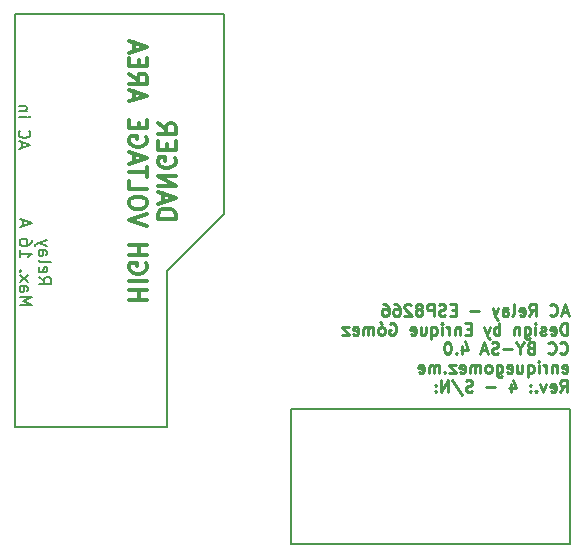
<source format=gbo>
G04 #@! TF.GenerationSoftware,KiCad,Pcbnew,6.0.7-f9a2dced07~116~ubuntu20.04.1*
G04 #@! TF.CreationDate,2022-09-27T22:41:57+02:00*
G04 #@! TF.ProjectId,AC Relay,41432052-656c-4617-992e-6b696361645f,rev?*
G04 #@! TF.SameCoordinates,Original*
G04 #@! TF.FileFunction,Legend,Bot*
G04 #@! TF.FilePolarity,Positive*
%FSLAX46Y46*%
G04 Gerber Fmt 4.6, Leading zero omitted, Abs format (unit mm)*
G04 Created by KiCad (PCBNEW 6.0.7-f9a2dced07~116~ubuntu20.04.1) date 2022-09-27 22:41:57*
%MOMM*%
%LPD*%
G01*
G04 APERTURE LIST*
%ADD10C,0.200000*%
%ADD11C,0.150000*%
%ADD12C,0.300000*%
%ADD13C,0.250000*%
G04 APERTURE END LIST*
D10*
X87503000Y-65151000D02*
X82677000Y-69977000D01*
X82677000Y-83185000D02*
X69850000Y-83185000D01*
X93218000Y-93091000D02*
X116840000Y-93091000D01*
X116840000Y-81661000D02*
X93218000Y-81661000D01*
X82677000Y-83185000D02*
X82677000Y-69977000D01*
X93218000Y-81661000D02*
X93218000Y-93091000D01*
X87503000Y-48260000D02*
X87503000Y-65151000D01*
X116840000Y-93091000D02*
X116840000Y-81661000D01*
X69850000Y-83185000D02*
X69850000Y-48260000D01*
X69850000Y-48260000D02*
X87503000Y-48260000D01*
D11*
X71852619Y-70514285D02*
X72328809Y-70847619D01*
X71852619Y-71085714D02*
X72852619Y-71085714D01*
X72852619Y-70704761D01*
X72805000Y-70609523D01*
X72757380Y-70561904D01*
X72662142Y-70514285D01*
X72519285Y-70514285D01*
X72424047Y-70561904D01*
X72376428Y-70609523D01*
X72328809Y-70704761D01*
X72328809Y-71085714D01*
X71900238Y-69704761D02*
X71852619Y-69800000D01*
X71852619Y-69990476D01*
X71900238Y-70085714D01*
X71995476Y-70133333D01*
X72376428Y-70133333D01*
X72471666Y-70085714D01*
X72519285Y-69990476D01*
X72519285Y-69800000D01*
X72471666Y-69704761D01*
X72376428Y-69657142D01*
X72281190Y-69657142D01*
X72185952Y-70133333D01*
X71852619Y-69085714D02*
X71900238Y-69180952D01*
X71995476Y-69228571D01*
X72852619Y-69228571D01*
X71852619Y-68276190D02*
X72376428Y-68276190D01*
X72471666Y-68323809D01*
X72519285Y-68419047D01*
X72519285Y-68609523D01*
X72471666Y-68704761D01*
X71900238Y-68276190D02*
X71852619Y-68371428D01*
X71852619Y-68609523D01*
X71900238Y-68704761D01*
X71995476Y-68752380D01*
X72090714Y-68752380D01*
X72185952Y-68704761D01*
X72233571Y-68609523D01*
X72233571Y-68371428D01*
X72281190Y-68276190D01*
X72519285Y-67895238D02*
X71852619Y-67657142D01*
X72519285Y-67419047D02*
X71852619Y-67657142D01*
X71614523Y-67752380D01*
X71566904Y-67800000D01*
X71519285Y-67895238D01*
X70242619Y-72871428D02*
X71242619Y-72871428D01*
X70528333Y-72538095D01*
X71242619Y-72204761D01*
X70242619Y-72204761D01*
X70242619Y-71300000D02*
X70766428Y-71300000D01*
X70861666Y-71347619D01*
X70909285Y-71442857D01*
X70909285Y-71633333D01*
X70861666Y-71728571D01*
X70290238Y-71300000D02*
X70242619Y-71395238D01*
X70242619Y-71633333D01*
X70290238Y-71728571D01*
X70385476Y-71776190D01*
X70480714Y-71776190D01*
X70575952Y-71728571D01*
X70623571Y-71633333D01*
X70623571Y-71395238D01*
X70671190Y-71300000D01*
X70242619Y-70919047D02*
X70909285Y-70395238D01*
X70909285Y-70919047D02*
X70242619Y-70395238D01*
X70337857Y-70014285D02*
X70290238Y-69966666D01*
X70242619Y-70014285D01*
X70290238Y-70061904D01*
X70337857Y-70014285D01*
X70242619Y-70014285D01*
X70242619Y-68252380D02*
X70242619Y-68823809D01*
X70242619Y-68538095D02*
X71242619Y-68538095D01*
X71099761Y-68633333D01*
X71004523Y-68728571D01*
X70956904Y-68823809D01*
X71242619Y-67395238D02*
X71242619Y-67585714D01*
X71195000Y-67680952D01*
X71147380Y-67728571D01*
X71004523Y-67823809D01*
X70814047Y-67871428D01*
X70433095Y-67871428D01*
X70337857Y-67823809D01*
X70290238Y-67776190D01*
X70242619Y-67680952D01*
X70242619Y-67490476D01*
X70290238Y-67395238D01*
X70337857Y-67347619D01*
X70433095Y-67300000D01*
X70671190Y-67300000D01*
X70766428Y-67347619D01*
X70814047Y-67395238D01*
X70861666Y-67490476D01*
X70861666Y-67680952D01*
X70814047Y-67776190D01*
X70766428Y-67823809D01*
X70671190Y-67871428D01*
X70528333Y-66157142D02*
X70528333Y-65680952D01*
X70242619Y-66252380D02*
X71242619Y-65919047D01*
X70242619Y-65585714D01*
D12*
X81928928Y-65595000D02*
X83428928Y-65595000D01*
X83428928Y-65237857D01*
X83357500Y-65023571D01*
X83214642Y-64880714D01*
X83071785Y-64809285D01*
X82786071Y-64737857D01*
X82571785Y-64737857D01*
X82286071Y-64809285D01*
X82143214Y-64880714D01*
X82000357Y-65023571D01*
X81928928Y-65237857D01*
X81928928Y-65595000D01*
X82357500Y-64166428D02*
X82357500Y-63452142D01*
X81928928Y-64309285D02*
X83428928Y-63809285D01*
X81928928Y-63309285D01*
X81928928Y-62809285D02*
X83428928Y-62809285D01*
X81928928Y-61952142D01*
X83428928Y-61952142D01*
X83357500Y-60452142D02*
X83428928Y-60595000D01*
X83428928Y-60809285D01*
X83357500Y-61023571D01*
X83214642Y-61166428D01*
X83071785Y-61237857D01*
X82786071Y-61309285D01*
X82571785Y-61309285D01*
X82286071Y-61237857D01*
X82143214Y-61166428D01*
X82000357Y-61023571D01*
X81928928Y-60809285D01*
X81928928Y-60666428D01*
X82000357Y-60452142D01*
X82071785Y-60380714D01*
X82571785Y-60380714D01*
X82571785Y-60666428D01*
X82714642Y-59737857D02*
X82714642Y-59237857D01*
X81928928Y-59023571D02*
X81928928Y-59737857D01*
X83428928Y-59737857D01*
X83428928Y-59023571D01*
X81928928Y-57523571D02*
X82643214Y-58023571D01*
X81928928Y-58380714D02*
X83428928Y-58380714D01*
X83428928Y-57809285D01*
X83357500Y-57666428D01*
X83286071Y-57595000D01*
X83143214Y-57523571D01*
X82928928Y-57523571D01*
X82786071Y-57595000D01*
X82714642Y-57666428D01*
X82643214Y-57809285D01*
X82643214Y-58380714D01*
X79513928Y-72452142D02*
X81013928Y-72452142D01*
X80299642Y-72452142D02*
X80299642Y-71595000D01*
X79513928Y-71595000D02*
X81013928Y-71595000D01*
X79513928Y-70880714D02*
X81013928Y-70880714D01*
X80942500Y-69380714D02*
X81013928Y-69523571D01*
X81013928Y-69737857D01*
X80942500Y-69952142D01*
X80799642Y-70095000D01*
X80656785Y-70166428D01*
X80371071Y-70237857D01*
X80156785Y-70237857D01*
X79871071Y-70166428D01*
X79728214Y-70095000D01*
X79585357Y-69952142D01*
X79513928Y-69737857D01*
X79513928Y-69595000D01*
X79585357Y-69380714D01*
X79656785Y-69309285D01*
X80156785Y-69309285D01*
X80156785Y-69595000D01*
X79513928Y-68666428D02*
X81013928Y-68666428D01*
X80299642Y-68666428D02*
X80299642Y-67809285D01*
X79513928Y-67809285D02*
X81013928Y-67809285D01*
X81013928Y-66166428D02*
X79513928Y-65666428D01*
X81013928Y-65166428D01*
X81013928Y-64380714D02*
X81013928Y-64095000D01*
X80942500Y-63952142D01*
X80799642Y-63809285D01*
X80513928Y-63737857D01*
X80013928Y-63737857D01*
X79728214Y-63809285D01*
X79585357Y-63952142D01*
X79513928Y-64095000D01*
X79513928Y-64380714D01*
X79585357Y-64523571D01*
X79728214Y-64666428D01*
X80013928Y-64737857D01*
X80513928Y-64737857D01*
X80799642Y-64666428D01*
X80942500Y-64523571D01*
X81013928Y-64380714D01*
X79513928Y-62380714D02*
X79513928Y-63095000D01*
X81013928Y-63095000D01*
X81013928Y-62095000D02*
X81013928Y-61237857D01*
X79513928Y-61666428D02*
X81013928Y-61666428D01*
X79942500Y-60809285D02*
X79942500Y-60095000D01*
X79513928Y-60952142D02*
X81013928Y-60452142D01*
X79513928Y-59952142D01*
X80942500Y-58666428D02*
X81013928Y-58809285D01*
X81013928Y-59023571D01*
X80942500Y-59237857D01*
X80799642Y-59380714D01*
X80656785Y-59452142D01*
X80371071Y-59523571D01*
X80156785Y-59523571D01*
X79871071Y-59452142D01*
X79728214Y-59380714D01*
X79585357Y-59237857D01*
X79513928Y-59023571D01*
X79513928Y-58880714D01*
X79585357Y-58666428D01*
X79656785Y-58595000D01*
X80156785Y-58595000D01*
X80156785Y-58880714D01*
X80299642Y-57952142D02*
X80299642Y-57452142D01*
X79513928Y-57237857D02*
X79513928Y-57952142D01*
X81013928Y-57952142D01*
X81013928Y-57237857D01*
X79942500Y-55523571D02*
X79942500Y-54809285D01*
X79513928Y-55666428D02*
X81013928Y-55166428D01*
X79513928Y-54666428D01*
X79513928Y-53309285D02*
X80228214Y-53809285D01*
X79513928Y-54166428D02*
X81013928Y-54166428D01*
X81013928Y-53595000D01*
X80942500Y-53452142D01*
X80871071Y-53380714D01*
X80728214Y-53309285D01*
X80513928Y-53309285D01*
X80371071Y-53380714D01*
X80299642Y-53452142D01*
X80228214Y-53595000D01*
X80228214Y-54166428D01*
X80299642Y-52666428D02*
X80299642Y-52166428D01*
X79513928Y-51952142D02*
X79513928Y-52666428D01*
X81013928Y-52666428D01*
X81013928Y-51952142D01*
X79942500Y-51380714D02*
X79942500Y-50666428D01*
X79513928Y-51523571D02*
X81013928Y-51023571D01*
X79513928Y-50523571D01*
D13*
X116614023Y-73527666D02*
X116137833Y-73527666D01*
X116709261Y-73813380D02*
X116375928Y-72813380D01*
X116042595Y-73813380D01*
X115137833Y-73718142D02*
X115185452Y-73765761D01*
X115328309Y-73813380D01*
X115423547Y-73813380D01*
X115566404Y-73765761D01*
X115661642Y-73670523D01*
X115709261Y-73575285D01*
X115756880Y-73384809D01*
X115756880Y-73241952D01*
X115709261Y-73051476D01*
X115661642Y-72956238D01*
X115566404Y-72861000D01*
X115423547Y-72813380D01*
X115328309Y-72813380D01*
X115185452Y-72861000D01*
X115137833Y-72908619D01*
X113375928Y-73813380D02*
X113709261Y-73337190D01*
X113947357Y-73813380D02*
X113947357Y-72813380D01*
X113566404Y-72813380D01*
X113471166Y-72861000D01*
X113423547Y-72908619D01*
X113375928Y-73003857D01*
X113375928Y-73146714D01*
X113423547Y-73241952D01*
X113471166Y-73289571D01*
X113566404Y-73337190D01*
X113947357Y-73337190D01*
X112566404Y-73765761D02*
X112661642Y-73813380D01*
X112852119Y-73813380D01*
X112947357Y-73765761D01*
X112994976Y-73670523D01*
X112994976Y-73289571D01*
X112947357Y-73194333D01*
X112852119Y-73146714D01*
X112661642Y-73146714D01*
X112566404Y-73194333D01*
X112518785Y-73289571D01*
X112518785Y-73384809D01*
X112994976Y-73480047D01*
X111947357Y-73813380D02*
X112042595Y-73765761D01*
X112090214Y-73670523D01*
X112090214Y-72813380D01*
X111137833Y-73813380D02*
X111137833Y-73289571D01*
X111185452Y-73194333D01*
X111280690Y-73146714D01*
X111471166Y-73146714D01*
X111566404Y-73194333D01*
X111137833Y-73765761D02*
X111233071Y-73813380D01*
X111471166Y-73813380D01*
X111566404Y-73765761D01*
X111614023Y-73670523D01*
X111614023Y-73575285D01*
X111566404Y-73480047D01*
X111471166Y-73432428D01*
X111233071Y-73432428D01*
X111137833Y-73384809D01*
X110756880Y-73146714D02*
X110518785Y-73813380D01*
X110280690Y-73146714D02*
X110518785Y-73813380D01*
X110614023Y-74051476D01*
X110661642Y-74099095D01*
X110756880Y-74146714D01*
X109137833Y-73432428D02*
X108375928Y-73432428D01*
X107137833Y-73289571D02*
X106804500Y-73289571D01*
X106661642Y-73813380D02*
X107137833Y-73813380D01*
X107137833Y-72813380D01*
X106661642Y-72813380D01*
X106280690Y-73765761D02*
X106137833Y-73813380D01*
X105899738Y-73813380D01*
X105804500Y-73765761D01*
X105756880Y-73718142D01*
X105709261Y-73622904D01*
X105709261Y-73527666D01*
X105756880Y-73432428D01*
X105804500Y-73384809D01*
X105899738Y-73337190D01*
X106090214Y-73289571D01*
X106185452Y-73241952D01*
X106233071Y-73194333D01*
X106280690Y-73099095D01*
X106280690Y-73003857D01*
X106233071Y-72908619D01*
X106185452Y-72861000D01*
X106090214Y-72813380D01*
X105852119Y-72813380D01*
X105709261Y-72861000D01*
X105280690Y-73813380D02*
X105280690Y-72813380D01*
X104899738Y-72813380D01*
X104804500Y-72861000D01*
X104756880Y-72908619D01*
X104709261Y-73003857D01*
X104709261Y-73146714D01*
X104756880Y-73241952D01*
X104804500Y-73289571D01*
X104899738Y-73337190D01*
X105280690Y-73337190D01*
X104137833Y-73241952D02*
X104233071Y-73194333D01*
X104280690Y-73146714D01*
X104328309Y-73051476D01*
X104328309Y-73003857D01*
X104280690Y-72908619D01*
X104233071Y-72861000D01*
X104137833Y-72813380D01*
X103947357Y-72813380D01*
X103852119Y-72861000D01*
X103804500Y-72908619D01*
X103756880Y-73003857D01*
X103756880Y-73051476D01*
X103804500Y-73146714D01*
X103852119Y-73194333D01*
X103947357Y-73241952D01*
X104137833Y-73241952D01*
X104233071Y-73289571D01*
X104280690Y-73337190D01*
X104328309Y-73432428D01*
X104328309Y-73622904D01*
X104280690Y-73718142D01*
X104233071Y-73765761D01*
X104137833Y-73813380D01*
X103947357Y-73813380D01*
X103852119Y-73765761D01*
X103804500Y-73718142D01*
X103756880Y-73622904D01*
X103756880Y-73432428D01*
X103804500Y-73337190D01*
X103852119Y-73289571D01*
X103947357Y-73241952D01*
X103375928Y-72908619D02*
X103328309Y-72861000D01*
X103233071Y-72813380D01*
X102994976Y-72813380D01*
X102899738Y-72861000D01*
X102852119Y-72908619D01*
X102804500Y-73003857D01*
X102804500Y-73099095D01*
X102852119Y-73241952D01*
X103423547Y-73813380D01*
X102804500Y-73813380D01*
X101947357Y-72813380D02*
X102137833Y-72813380D01*
X102233071Y-72861000D01*
X102280690Y-72908619D01*
X102375928Y-73051476D01*
X102423547Y-73241952D01*
X102423547Y-73622904D01*
X102375928Y-73718142D01*
X102328309Y-73765761D01*
X102233071Y-73813380D01*
X102042595Y-73813380D01*
X101947357Y-73765761D01*
X101899738Y-73718142D01*
X101852119Y-73622904D01*
X101852119Y-73384809D01*
X101899738Y-73289571D01*
X101947357Y-73241952D01*
X102042595Y-73194333D01*
X102233071Y-73194333D01*
X102328309Y-73241952D01*
X102375928Y-73289571D01*
X102423547Y-73384809D01*
X100994976Y-72813380D02*
X101185452Y-72813380D01*
X101280690Y-72861000D01*
X101328309Y-72908619D01*
X101423547Y-73051476D01*
X101471166Y-73241952D01*
X101471166Y-73622904D01*
X101423547Y-73718142D01*
X101375928Y-73765761D01*
X101280690Y-73813380D01*
X101090214Y-73813380D01*
X100994976Y-73765761D01*
X100947357Y-73718142D01*
X100899738Y-73622904D01*
X100899738Y-73384809D01*
X100947357Y-73289571D01*
X100994976Y-73241952D01*
X101090214Y-73194333D01*
X101280690Y-73194333D01*
X101375928Y-73241952D01*
X101423547Y-73289571D01*
X101471166Y-73384809D01*
X116566404Y-75423380D02*
X116566404Y-74423380D01*
X116328309Y-74423380D01*
X116185452Y-74471000D01*
X116090214Y-74566238D01*
X116042595Y-74661476D01*
X115994976Y-74851952D01*
X115994976Y-74994809D01*
X116042595Y-75185285D01*
X116090214Y-75280523D01*
X116185452Y-75375761D01*
X116328309Y-75423380D01*
X116566404Y-75423380D01*
X115185452Y-75375761D02*
X115280690Y-75423380D01*
X115471166Y-75423380D01*
X115566404Y-75375761D01*
X115614023Y-75280523D01*
X115614023Y-74899571D01*
X115566404Y-74804333D01*
X115471166Y-74756714D01*
X115280690Y-74756714D01*
X115185452Y-74804333D01*
X115137833Y-74899571D01*
X115137833Y-74994809D01*
X115614023Y-75090047D01*
X114756880Y-75375761D02*
X114661642Y-75423380D01*
X114471166Y-75423380D01*
X114375928Y-75375761D01*
X114328309Y-75280523D01*
X114328309Y-75232904D01*
X114375928Y-75137666D01*
X114471166Y-75090047D01*
X114614023Y-75090047D01*
X114709261Y-75042428D01*
X114756880Y-74947190D01*
X114756880Y-74899571D01*
X114709261Y-74804333D01*
X114614023Y-74756714D01*
X114471166Y-74756714D01*
X114375928Y-74804333D01*
X113899738Y-75423380D02*
X113899738Y-74756714D01*
X113899738Y-74423380D02*
X113947357Y-74471000D01*
X113899738Y-74518619D01*
X113852119Y-74471000D01*
X113899738Y-74423380D01*
X113899738Y-74518619D01*
X112994976Y-74756714D02*
X112994976Y-75566238D01*
X113042595Y-75661476D01*
X113090214Y-75709095D01*
X113185452Y-75756714D01*
X113328309Y-75756714D01*
X113423547Y-75709095D01*
X112994976Y-75375761D02*
X113090214Y-75423380D01*
X113280690Y-75423380D01*
X113375928Y-75375761D01*
X113423547Y-75328142D01*
X113471166Y-75232904D01*
X113471166Y-74947190D01*
X113423547Y-74851952D01*
X113375928Y-74804333D01*
X113280690Y-74756714D01*
X113090214Y-74756714D01*
X112994976Y-74804333D01*
X112518785Y-74756714D02*
X112518785Y-75423380D01*
X112518785Y-74851952D02*
X112471166Y-74804333D01*
X112375928Y-74756714D01*
X112233071Y-74756714D01*
X112137833Y-74804333D01*
X112090214Y-74899571D01*
X112090214Y-75423380D01*
X110852119Y-75423380D02*
X110852119Y-74423380D01*
X110852119Y-74804333D02*
X110756880Y-74756714D01*
X110566404Y-74756714D01*
X110471166Y-74804333D01*
X110423547Y-74851952D01*
X110375928Y-74947190D01*
X110375928Y-75232904D01*
X110423547Y-75328142D01*
X110471166Y-75375761D01*
X110566404Y-75423380D01*
X110756880Y-75423380D01*
X110852119Y-75375761D01*
X110042595Y-74756714D02*
X109804500Y-75423380D01*
X109566404Y-74756714D02*
X109804500Y-75423380D01*
X109899738Y-75661476D01*
X109947357Y-75709095D01*
X110042595Y-75756714D01*
X108423547Y-74899571D02*
X108090214Y-74899571D01*
X107947357Y-75423380D02*
X108423547Y-75423380D01*
X108423547Y-74423380D01*
X107947357Y-74423380D01*
X107518785Y-74756714D02*
X107518785Y-75423380D01*
X107518785Y-74851952D02*
X107471166Y-74804333D01*
X107375928Y-74756714D01*
X107233071Y-74756714D01*
X107137833Y-74804333D01*
X107090214Y-74899571D01*
X107090214Y-75423380D01*
X106614023Y-75423380D02*
X106614023Y-74756714D01*
X106614023Y-74947190D02*
X106566404Y-74851952D01*
X106518785Y-74804333D01*
X106423547Y-74756714D01*
X106328309Y-74756714D01*
X105994976Y-75423380D02*
X105994976Y-74756714D01*
X105994976Y-74423380D02*
X106042595Y-74471000D01*
X105994976Y-74518619D01*
X105947357Y-74471000D01*
X105994976Y-74423380D01*
X105994976Y-74518619D01*
X105090214Y-74756714D02*
X105090214Y-75756714D01*
X105090214Y-75375761D02*
X105185452Y-75423380D01*
X105375928Y-75423380D01*
X105471166Y-75375761D01*
X105518785Y-75328142D01*
X105566404Y-75232904D01*
X105566404Y-74947190D01*
X105518785Y-74851952D01*
X105471166Y-74804333D01*
X105375928Y-74756714D01*
X105185452Y-74756714D01*
X105090214Y-74804333D01*
X104185452Y-74756714D02*
X104185452Y-75423380D01*
X104614023Y-74756714D02*
X104614023Y-75280523D01*
X104566404Y-75375761D01*
X104471166Y-75423380D01*
X104328309Y-75423380D01*
X104233071Y-75375761D01*
X104185452Y-75328142D01*
X103328309Y-75375761D02*
X103423547Y-75423380D01*
X103614023Y-75423380D01*
X103709261Y-75375761D01*
X103756880Y-75280523D01*
X103756880Y-74899571D01*
X103709261Y-74804333D01*
X103614023Y-74756714D01*
X103423547Y-74756714D01*
X103328309Y-74804333D01*
X103280690Y-74899571D01*
X103280690Y-74994809D01*
X103756880Y-75090047D01*
X101566404Y-74471000D02*
X101661642Y-74423380D01*
X101804500Y-74423380D01*
X101947357Y-74471000D01*
X102042595Y-74566238D01*
X102090214Y-74661476D01*
X102137833Y-74851952D01*
X102137833Y-74994809D01*
X102090214Y-75185285D01*
X102042595Y-75280523D01*
X101947357Y-75375761D01*
X101804500Y-75423380D01*
X101709261Y-75423380D01*
X101566404Y-75375761D01*
X101518785Y-75328142D01*
X101518785Y-74994809D01*
X101709261Y-74994809D01*
X100947357Y-75423380D02*
X101042595Y-75375761D01*
X101090214Y-75328142D01*
X101137833Y-75232904D01*
X101137833Y-74947190D01*
X101090214Y-74851952D01*
X101042595Y-74804333D01*
X100947357Y-74756714D01*
X100804500Y-74756714D01*
X100709261Y-74804333D01*
X100661642Y-74851952D01*
X100614023Y-74947190D01*
X100614023Y-75232904D01*
X100661642Y-75328142D01*
X100709261Y-75375761D01*
X100804500Y-75423380D01*
X100947357Y-75423380D01*
X100756880Y-74375761D02*
X100899738Y-74518619D01*
X100185452Y-75423380D02*
X100185452Y-74756714D01*
X100185452Y-74851952D02*
X100137833Y-74804333D01*
X100042595Y-74756714D01*
X99899738Y-74756714D01*
X99804500Y-74804333D01*
X99756880Y-74899571D01*
X99756880Y-75423380D01*
X99756880Y-74899571D02*
X99709261Y-74804333D01*
X99614023Y-74756714D01*
X99471166Y-74756714D01*
X99375928Y-74804333D01*
X99328309Y-74899571D01*
X99328309Y-75423380D01*
X98471166Y-75375761D02*
X98566404Y-75423380D01*
X98756880Y-75423380D01*
X98852119Y-75375761D01*
X98899738Y-75280523D01*
X98899738Y-74899571D01*
X98852119Y-74804333D01*
X98756880Y-74756714D01*
X98566404Y-74756714D01*
X98471166Y-74804333D01*
X98423547Y-74899571D01*
X98423547Y-74994809D01*
X98899738Y-75090047D01*
X98090214Y-74756714D02*
X97566404Y-74756714D01*
X98090214Y-75423380D01*
X97566404Y-75423380D01*
X115994976Y-76938142D02*
X116042595Y-76985761D01*
X116185452Y-77033380D01*
X116280690Y-77033380D01*
X116423547Y-76985761D01*
X116518785Y-76890523D01*
X116566404Y-76795285D01*
X116614023Y-76604809D01*
X116614023Y-76461952D01*
X116566404Y-76271476D01*
X116518785Y-76176238D01*
X116423547Y-76081000D01*
X116280690Y-76033380D01*
X116185452Y-76033380D01*
X116042595Y-76081000D01*
X115994976Y-76128619D01*
X114994976Y-76938142D02*
X115042595Y-76985761D01*
X115185452Y-77033380D01*
X115280690Y-77033380D01*
X115423547Y-76985761D01*
X115518785Y-76890523D01*
X115566404Y-76795285D01*
X115614023Y-76604809D01*
X115614023Y-76461952D01*
X115566404Y-76271476D01*
X115518785Y-76176238D01*
X115423547Y-76081000D01*
X115280690Y-76033380D01*
X115185452Y-76033380D01*
X115042595Y-76081000D01*
X114994976Y-76128619D01*
X113471166Y-76509571D02*
X113328309Y-76557190D01*
X113280690Y-76604809D01*
X113233071Y-76700047D01*
X113233071Y-76842904D01*
X113280690Y-76938142D01*
X113328309Y-76985761D01*
X113423547Y-77033380D01*
X113804500Y-77033380D01*
X113804500Y-76033380D01*
X113471166Y-76033380D01*
X113375928Y-76081000D01*
X113328309Y-76128619D01*
X113280690Y-76223857D01*
X113280690Y-76319095D01*
X113328309Y-76414333D01*
X113375928Y-76461952D01*
X113471166Y-76509571D01*
X113804500Y-76509571D01*
X112614023Y-76557190D02*
X112614023Y-77033380D01*
X112947357Y-76033380D02*
X112614023Y-76557190D01*
X112280690Y-76033380D01*
X111947357Y-76652428D02*
X111185452Y-76652428D01*
X110756880Y-76985761D02*
X110614023Y-77033380D01*
X110375928Y-77033380D01*
X110280690Y-76985761D01*
X110233071Y-76938142D01*
X110185452Y-76842904D01*
X110185452Y-76747666D01*
X110233071Y-76652428D01*
X110280690Y-76604809D01*
X110375928Y-76557190D01*
X110566404Y-76509571D01*
X110661642Y-76461952D01*
X110709261Y-76414333D01*
X110756880Y-76319095D01*
X110756880Y-76223857D01*
X110709261Y-76128619D01*
X110661642Y-76081000D01*
X110566404Y-76033380D01*
X110328309Y-76033380D01*
X110185452Y-76081000D01*
X109804500Y-76747666D02*
X109328309Y-76747666D01*
X109899738Y-77033380D02*
X109566404Y-76033380D01*
X109233071Y-77033380D01*
X107709261Y-76366714D02*
X107709261Y-77033380D01*
X107947357Y-75985761D02*
X108185452Y-76700047D01*
X107566404Y-76700047D01*
X107185452Y-76938142D02*
X107137833Y-76985761D01*
X107185452Y-77033380D01*
X107233071Y-76985761D01*
X107185452Y-76938142D01*
X107185452Y-77033380D01*
X106518785Y-76033380D02*
X106423547Y-76033380D01*
X106328309Y-76081000D01*
X106280690Y-76128619D01*
X106233071Y-76223857D01*
X106185452Y-76414333D01*
X106185452Y-76652428D01*
X106233071Y-76842904D01*
X106280690Y-76938142D01*
X106328309Y-76985761D01*
X106423547Y-77033380D01*
X106518785Y-77033380D01*
X106614023Y-76985761D01*
X106661642Y-76938142D01*
X106709261Y-76842904D01*
X106756880Y-76652428D01*
X106756880Y-76414333D01*
X106709261Y-76223857D01*
X106661642Y-76128619D01*
X106614023Y-76081000D01*
X106518785Y-76033380D01*
X116185452Y-78595761D02*
X116280690Y-78643380D01*
X116471166Y-78643380D01*
X116566404Y-78595761D01*
X116614023Y-78500523D01*
X116614023Y-78119571D01*
X116566404Y-78024333D01*
X116471166Y-77976714D01*
X116280690Y-77976714D01*
X116185452Y-78024333D01*
X116137833Y-78119571D01*
X116137833Y-78214809D01*
X116614023Y-78310047D01*
X115709261Y-77976714D02*
X115709261Y-78643380D01*
X115709261Y-78071952D02*
X115661642Y-78024333D01*
X115566404Y-77976714D01*
X115423547Y-77976714D01*
X115328309Y-78024333D01*
X115280690Y-78119571D01*
X115280690Y-78643380D01*
X114804500Y-78643380D02*
X114804500Y-77976714D01*
X114804500Y-78167190D02*
X114756880Y-78071952D01*
X114709261Y-78024333D01*
X114614023Y-77976714D01*
X114518785Y-77976714D01*
X114185452Y-78643380D02*
X114185452Y-77976714D01*
X114185452Y-77643380D02*
X114233071Y-77691000D01*
X114185452Y-77738619D01*
X114137833Y-77691000D01*
X114185452Y-77643380D01*
X114185452Y-77738619D01*
X113280690Y-77976714D02*
X113280690Y-78976714D01*
X113280690Y-78595761D02*
X113375928Y-78643380D01*
X113566404Y-78643380D01*
X113661642Y-78595761D01*
X113709261Y-78548142D01*
X113756880Y-78452904D01*
X113756880Y-78167190D01*
X113709261Y-78071952D01*
X113661642Y-78024333D01*
X113566404Y-77976714D01*
X113375928Y-77976714D01*
X113280690Y-78024333D01*
X112375928Y-77976714D02*
X112375928Y-78643380D01*
X112804500Y-77976714D02*
X112804500Y-78500523D01*
X112756880Y-78595761D01*
X112661642Y-78643380D01*
X112518785Y-78643380D01*
X112423547Y-78595761D01*
X112375928Y-78548142D01*
X111518785Y-78595761D02*
X111614023Y-78643380D01*
X111804500Y-78643380D01*
X111899738Y-78595761D01*
X111947357Y-78500523D01*
X111947357Y-78119571D01*
X111899738Y-78024333D01*
X111804500Y-77976714D01*
X111614023Y-77976714D01*
X111518785Y-78024333D01*
X111471166Y-78119571D01*
X111471166Y-78214809D01*
X111947357Y-78310047D01*
X110614023Y-77976714D02*
X110614023Y-78786238D01*
X110661642Y-78881476D01*
X110709261Y-78929095D01*
X110804500Y-78976714D01*
X110947357Y-78976714D01*
X111042595Y-78929095D01*
X110614023Y-78595761D02*
X110709261Y-78643380D01*
X110899738Y-78643380D01*
X110994976Y-78595761D01*
X111042595Y-78548142D01*
X111090214Y-78452904D01*
X111090214Y-78167190D01*
X111042595Y-78071952D01*
X110994976Y-78024333D01*
X110899738Y-77976714D01*
X110709261Y-77976714D01*
X110614023Y-78024333D01*
X109994976Y-78643380D02*
X110090214Y-78595761D01*
X110137833Y-78548142D01*
X110185452Y-78452904D01*
X110185452Y-78167190D01*
X110137833Y-78071952D01*
X110090214Y-78024333D01*
X109994976Y-77976714D01*
X109852119Y-77976714D01*
X109756880Y-78024333D01*
X109709261Y-78071952D01*
X109661642Y-78167190D01*
X109661642Y-78452904D01*
X109709261Y-78548142D01*
X109756880Y-78595761D01*
X109852119Y-78643380D01*
X109994976Y-78643380D01*
X109233071Y-78643380D02*
X109233071Y-77976714D01*
X109233071Y-78071952D02*
X109185452Y-78024333D01*
X109090214Y-77976714D01*
X108947357Y-77976714D01*
X108852119Y-78024333D01*
X108804500Y-78119571D01*
X108804500Y-78643380D01*
X108804500Y-78119571D02*
X108756880Y-78024333D01*
X108661642Y-77976714D01*
X108518785Y-77976714D01*
X108423547Y-78024333D01*
X108375928Y-78119571D01*
X108375928Y-78643380D01*
X107518785Y-78595761D02*
X107614023Y-78643380D01*
X107804500Y-78643380D01*
X107899738Y-78595761D01*
X107947357Y-78500523D01*
X107947357Y-78119571D01*
X107899738Y-78024333D01*
X107804500Y-77976714D01*
X107614023Y-77976714D01*
X107518785Y-78024333D01*
X107471166Y-78119571D01*
X107471166Y-78214809D01*
X107947357Y-78310047D01*
X107137833Y-77976714D02*
X106614023Y-77976714D01*
X107137833Y-78643380D01*
X106614023Y-78643380D01*
X106233071Y-78548142D02*
X106185452Y-78595761D01*
X106233071Y-78643380D01*
X106280690Y-78595761D01*
X106233071Y-78548142D01*
X106233071Y-78643380D01*
X105756880Y-78643380D02*
X105756880Y-77976714D01*
X105756880Y-78071952D02*
X105709261Y-78024333D01*
X105614023Y-77976714D01*
X105471166Y-77976714D01*
X105375928Y-78024333D01*
X105328309Y-78119571D01*
X105328309Y-78643380D01*
X105328309Y-78119571D02*
X105280690Y-78024333D01*
X105185452Y-77976714D01*
X105042595Y-77976714D01*
X104947357Y-78024333D01*
X104899738Y-78119571D01*
X104899738Y-78643380D01*
X104042595Y-78595761D02*
X104137833Y-78643380D01*
X104328309Y-78643380D01*
X104423547Y-78595761D01*
X104471166Y-78500523D01*
X104471166Y-78119571D01*
X104423547Y-78024333D01*
X104328309Y-77976714D01*
X104137833Y-77976714D01*
X104042595Y-78024333D01*
X103994976Y-78119571D01*
X103994976Y-78214809D01*
X104471166Y-78310047D01*
X115994976Y-80253380D02*
X116328309Y-79777190D01*
X116566404Y-80253380D02*
X116566404Y-79253380D01*
X116185452Y-79253380D01*
X116090214Y-79301000D01*
X116042595Y-79348619D01*
X115994976Y-79443857D01*
X115994976Y-79586714D01*
X116042595Y-79681952D01*
X116090214Y-79729571D01*
X116185452Y-79777190D01*
X116566404Y-79777190D01*
X115185452Y-80205761D02*
X115280690Y-80253380D01*
X115471166Y-80253380D01*
X115566404Y-80205761D01*
X115614023Y-80110523D01*
X115614023Y-79729571D01*
X115566404Y-79634333D01*
X115471166Y-79586714D01*
X115280690Y-79586714D01*
X115185452Y-79634333D01*
X115137833Y-79729571D01*
X115137833Y-79824809D01*
X115614023Y-79920047D01*
X114804500Y-79586714D02*
X114566404Y-80253380D01*
X114328309Y-79586714D01*
X113947357Y-80158142D02*
X113899738Y-80205761D01*
X113947357Y-80253380D01*
X113994976Y-80205761D01*
X113947357Y-80158142D01*
X113947357Y-80253380D01*
X113471166Y-80158142D02*
X113423547Y-80205761D01*
X113471166Y-80253380D01*
X113518785Y-80205761D01*
X113471166Y-80158142D01*
X113471166Y-80253380D01*
X113471166Y-79634333D02*
X113423547Y-79681952D01*
X113471166Y-79729571D01*
X113518785Y-79681952D01*
X113471166Y-79634333D01*
X113471166Y-79729571D01*
X111804500Y-79586714D02*
X111804500Y-80253380D01*
X112042595Y-79205761D02*
X112280690Y-79920047D01*
X111661642Y-79920047D01*
X110518785Y-79872428D02*
X109756880Y-79872428D01*
X108566404Y-80205761D02*
X108423547Y-80253380D01*
X108185452Y-80253380D01*
X108090214Y-80205761D01*
X108042595Y-80158142D01*
X107994976Y-80062904D01*
X107994976Y-79967666D01*
X108042595Y-79872428D01*
X108090214Y-79824809D01*
X108185452Y-79777190D01*
X108375928Y-79729571D01*
X108471166Y-79681952D01*
X108518785Y-79634333D01*
X108566404Y-79539095D01*
X108566404Y-79443857D01*
X108518785Y-79348619D01*
X108471166Y-79301000D01*
X108375928Y-79253380D01*
X108137833Y-79253380D01*
X107994976Y-79301000D01*
X106852119Y-79205761D02*
X107709261Y-80491476D01*
X106518785Y-80253380D02*
X106518785Y-79253380D01*
X105947357Y-80253380D01*
X105947357Y-79253380D01*
X105471166Y-80158142D02*
X105423547Y-80205761D01*
X105471166Y-80253380D01*
X105518785Y-80205761D01*
X105471166Y-80158142D01*
X105471166Y-80253380D01*
X105471166Y-79634333D02*
X105423547Y-79681952D01*
X105471166Y-79729571D01*
X105518785Y-79681952D01*
X105471166Y-79634333D01*
X105471166Y-79729571D01*
D11*
X70433333Y-59609523D02*
X70433333Y-59133333D01*
X70147619Y-59704761D02*
X71147619Y-59371428D01*
X70147619Y-59038095D01*
X70242857Y-58133333D02*
X70195238Y-58180952D01*
X70147619Y-58323809D01*
X70147619Y-58419047D01*
X70195238Y-58561904D01*
X70290476Y-58657142D01*
X70385714Y-58704761D01*
X70576190Y-58752380D01*
X70719047Y-58752380D01*
X70909523Y-58704761D01*
X71004761Y-58657142D01*
X71100000Y-58561904D01*
X71147619Y-58419047D01*
X71147619Y-58323809D01*
X71100000Y-58180952D01*
X71052380Y-58133333D01*
X70147619Y-56942857D02*
X70814285Y-56942857D01*
X71147619Y-56942857D02*
X71100000Y-56990476D01*
X71052380Y-56942857D01*
X71100000Y-56895238D01*
X71147619Y-56942857D01*
X71052380Y-56942857D01*
X70814285Y-56466666D02*
X70147619Y-56466666D01*
X70719047Y-56466666D02*
X70766666Y-56419047D01*
X70814285Y-56323809D01*
X70814285Y-56180952D01*
X70766666Y-56085714D01*
X70671428Y-56038095D01*
X70147619Y-56038095D01*
M02*

</source>
